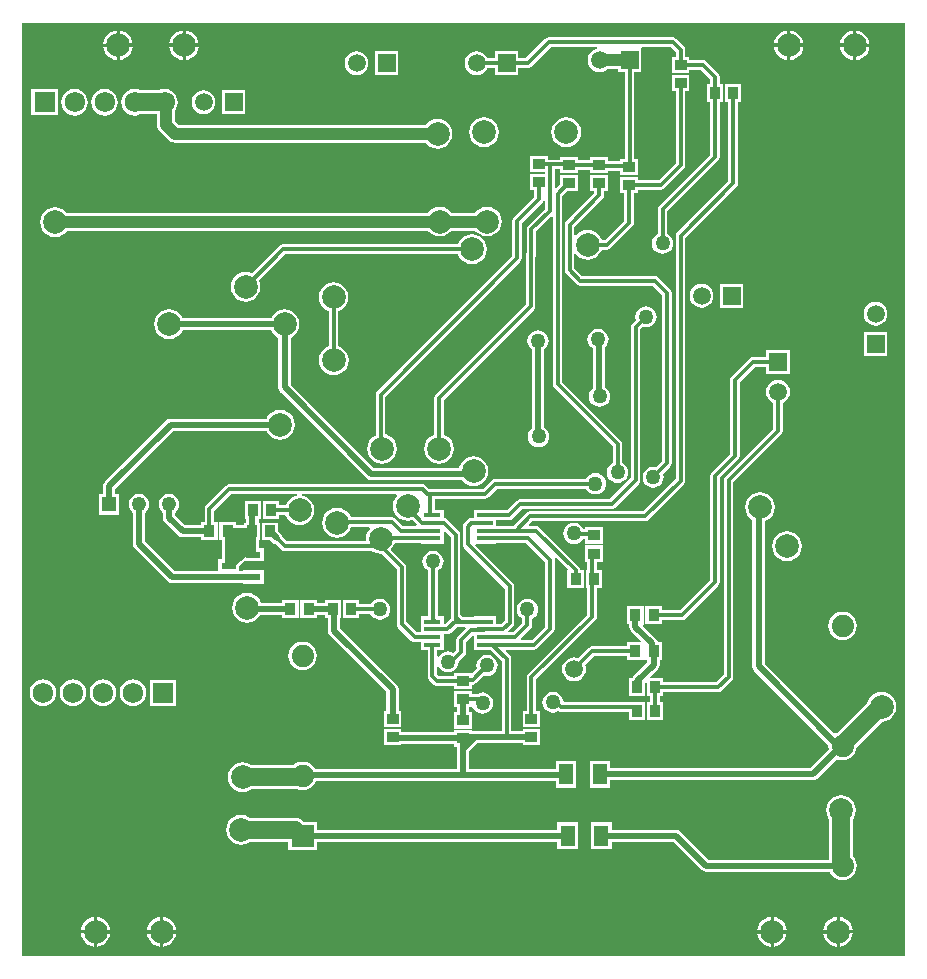
<source format=gbl>
G04*
G04 #@! TF.GenerationSoftware,Altium Limited,Altium Designer,19.0.10 (269)*
G04*
G04 Layer_Physical_Order=2*
G04 Layer_Color=16711680*
%FSLAX25Y25*%
%MOIN*%
G70*
G01*
G75*
%ADD27R,0.04764X0.06969*%
%ADD60C,0.05906*%
%ADD61C,0.02000*%
%ADD62C,0.01181*%
%ADD64C,0.03937*%
%ADD65C,0.07874*%
%ADD66C,0.06791*%
%ADD67R,0.06791X0.06791*%
%ADD68R,0.07406X0.07406*%
%ADD69C,0.07406*%
%ADD70R,0.05906X0.05906*%
%ADD71C,0.05906*%
%ADD72R,0.05906X0.05906*%
%ADD73C,0.04913*%
%ADD74R,0.04913X0.04913*%
%ADD75C,0.05000*%
%ADD76R,0.03858X0.03386*%
%ADD77R,0.03386X0.03858*%
%ADD78R,0.04921X0.02362*%
%ADD79R,0.05400X0.01800*%
G36*
X295971Y1529D02*
X1529D01*
Y312471D01*
X295971D01*
Y1529D01*
D02*
G37*
%LPC*%
G36*
X257575Y309914D02*
Y305500D01*
X261989D01*
X261885Y306289D01*
X261387Y307490D01*
X260596Y308521D01*
X259565Y309313D01*
X258364Y309810D01*
X257575Y309914D01*
D02*
G37*
G36*
X34000D02*
Y305500D01*
X38414D01*
X38310Y306289D01*
X37813Y307490D01*
X37021Y308521D01*
X35990Y309313D01*
X34789Y309810D01*
X34000Y309914D01*
D02*
G37*
G36*
X279575D02*
Y305500D01*
X283989D01*
X283885Y306289D01*
X283387Y307490D01*
X282596Y308521D01*
X281565Y309313D01*
X280364Y309810D01*
X279575Y309914D01*
D02*
G37*
G36*
X56000D02*
Y305500D01*
X60414D01*
X60310Y306289D01*
X59812Y307490D01*
X59021Y308521D01*
X57990Y309313D01*
X56789Y309810D01*
X56000Y309914D01*
D02*
G37*
G36*
X256575D02*
X255786Y309810D01*
X254585Y309313D01*
X253554Y308521D01*
X252762Y307490D01*
X252265Y306289D01*
X252161Y305500D01*
X256575D01*
Y309914D01*
D02*
G37*
G36*
X33000D02*
X32211Y309810D01*
X31010Y309313D01*
X29979Y308521D01*
X29188Y307490D01*
X28690Y306289D01*
X28586Y305500D01*
X33000D01*
Y309914D01*
D02*
G37*
G36*
X278575D02*
X277786Y309810D01*
X276585Y309313D01*
X275554Y308521D01*
X274762Y307490D01*
X274265Y306289D01*
X274161Y305500D01*
X278575D01*
Y309914D01*
D02*
G37*
G36*
X55000D02*
X54211Y309810D01*
X53010Y309313D01*
X51979Y308521D01*
X51187Y307490D01*
X50690Y306289D01*
X50586Y305500D01*
X55000D01*
Y309914D01*
D02*
G37*
G36*
X283989Y304500D02*
X279575D01*
Y300086D01*
X280364Y300190D01*
X281565Y300688D01*
X282596Y301479D01*
X283387Y302510D01*
X283885Y303711D01*
X283989Y304500D01*
D02*
G37*
G36*
X261989D02*
X257575D01*
Y300086D01*
X258364Y300190D01*
X259565Y300688D01*
X260596Y301479D01*
X261387Y302510D01*
X261885Y303711D01*
X261989Y304500D01*
D02*
G37*
G36*
X60414D02*
X56000D01*
Y300086D01*
X56789Y300190D01*
X57990Y300688D01*
X59021Y301479D01*
X59812Y302510D01*
X60310Y303711D01*
X60414Y304500D01*
D02*
G37*
G36*
X38414D02*
X34000D01*
Y300086D01*
X34789Y300190D01*
X35990Y300688D01*
X37021Y301479D01*
X37813Y302510D01*
X38310Y303711D01*
X38414Y304500D01*
D02*
G37*
G36*
X278575D02*
X274161D01*
X274265Y303711D01*
X274762Y302510D01*
X275554Y301479D01*
X276585Y300688D01*
X277786Y300190D01*
X278575Y300086D01*
Y304500D01*
D02*
G37*
G36*
X256575D02*
X252161D01*
X252265Y303711D01*
X252762Y302510D01*
X253554Y301479D01*
X254585Y300688D01*
X255786Y300190D01*
X256575Y300086D01*
Y304500D01*
D02*
G37*
G36*
X55000D02*
X50586D01*
X50690Y303711D01*
X51187Y302510D01*
X51979Y301479D01*
X53010Y300688D01*
X54211Y300190D01*
X55000Y300086D01*
Y304500D01*
D02*
G37*
G36*
X33000D02*
X28586D01*
X28690Y303711D01*
X29188Y302510D01*
X29979Y301479D01*
X31010Y300688D01*
X32211Y300190D01*
X33000Y300086D01*
Y304500D01*
D02*
G37*
G36*
X126953Y302921D02*
X119047D01*
Y295015D01*
X126953D01*
Y302921D01*
D02*
G37*
G36*
X113000Y302955D02*
X111968Y302819D01*
X111007Y302421D01*
X110181Y301787D01*
X109547Y300961D01*
X109149Y300000D01*
X109013Y298968D01*
X109149Y297936D01*
X109547Y296975D01*
X110181Y296149D01*
X111007Y295515D01*
X111968Y295117D01*
X113000Y294981D01*
X114032Y295117D01*
X114993Y295515D01*
X115819Y296149D01*
X116453Y296975D01*
X116851Y297936D01*
X116987Y298968D01*
X116851Y300000D01*
X116453Y300961D01*
X115819Y301787D01*
X114993Y302421D01*
X114032Y302819D01*
X113000Y302955D01*
D02*
G37*
G36*
X49000Y290434D02*
X47853Y290283D01*
X47139Y289987D01*
X40861D01*
X40148Y290283D01*
X39000Y290434D01*
X37852Y290283D01*
X36783Y289840D01*
X35865Y289135D01*
X35160Y288217D01*
X34718Y287147D01*
X34566Y286000D01*
X34718Y284853D01*
X35160Y283783D01*
X35865Y282865D01*
X36783Y282160D01*
X37852Y281717D01*
X39000Y281566D01*
X40148Y281717D01*
X40861Y282013D01*
X46552D01*
Y278454D01*
X46654Y277679D01*
X46953Y276957D01*
X47429Y276337D01*
X50383Y273383D01*
X51003Y272907D01*
X51725Y272608D01*
X52500Y272506D01*
X136074D01*
X136479Y271979D01*
X137510Y271187D01*
X138711Y270690D01*
X140000Y270520D01*
X141289Y270690D01*
X142490Y271187D01*
X143521Y271979D01*
X144313Y273010D01*
X144810Y274211D01*
X144980Y275500D01*
X144810Y276789D01*
X144313Y277990D01*
X143521Y279021D01*
X142490Y279813D01*
X141289Y280310D01*
X140000Y280480D01*
X138711Y280310D01*
X137510Y279813D01*
X136479Y279021D01*
X136074Y278494D01*
X53740D01*
X52540Y279694D01*
Y283393D01*
X52840Y283783D01*
X53282Y284853D01*
X53434Y286000D01*
X53282Y287147D01*
X52840Y288217D01*
X52135Y289135D01*
X51217Y289840D01*
X50147Y290283D01*
X49000Y290434D01*
D02*
G37*
G36*
X75953Y289953D02*
X68047D01*
Y282047D01*
X75953D01*
Y289953D01*
D02*
G37*
G36*
X62000Y289987D02*
X60968Y289851D01*
X60007Y289453D01*
X59181Y288819D01*
X58547Y287993D01*
X58149Y287032D01*
X58013Y286000D01*
X58149Y284968D01*
X58547Y284007D01*
X59181Y283181D01*
X60007Y282547D01*
X60968Y282149D01*
X62000Y282013D01*
X63032Y282149D01*
X63993Y282547D01*
X64819Y283181D01*
X65453Y284007D01*
X65851Y284968D01*
X65987Y286000D01*
X65851Y287032D01*
X65453Y287993D01*
X64819Y288819D01*
X63993Y289453D01*
X63032Y289851D01*
X62000Y289987D01*
D02*
G37*
G36*
X13396Y290396D02*
X4604D01*
Y281604D01*
X13396D01*
Y290396D01*
D02*
G37*
G36*
X29000Y290434D02*
X27852Y290283D01*
X26783Y289840D01*
X25865Y289135D01*
X25160Y288217D01*
X24717Y287147D01*
X24566Y286000D01*
X24717Y284853D01*
X25160Y283783D01*
X25865Y282865D01*
X26783Y282160D01*
X27852Y281717D01*
X29000Y281566D01*
X30147Y281717D01*
X31217Y282160D01*
X32135Y282865D01*
X32840Y283783D01*
X33283Y284853D01*
X33434Y286000D01*
X33283Y287147D01*
X32840Y288217D01*
X32135Y289135D01*
X31217Y289840D01*
X30147Y290283D01*
X29000Y290434D01*
D02*
G37*
G36*
X19000D02*
X17853Y290283D01*
X16783Y289840D01*
X15865Y289135D01*
X15160Y288217D01*
X14717Y287147D01*
X14566Y286000D01*
X14717Y284853D01*
X15160Y283783D01*
X15865Y282865D01*
X16783Y282160D01*
X17853Y281717D01*
X19000Y281566D01*
X20147Y281717D01*
X21217Y282160D01*
X22135Y282865D01*
X22840Y283783D01*
X23282Y284853D01*
X23434Y286000D01*
X23282Y287147D01*
X22840Y288217D01*
X22135Y289135D01*
X21217Y289840D01*
X20147Y290283D01*
X19000Y290434D01*
D02*
G37*
G36*
X182878Y280980D02*
X181589Y280810D01*
X180388Y280312D01*
X179357Y279521D01*
X178566Y278490D01*
X178068Y277289D01*
X177898Y276000D01*
X178068Y274711D01*
X178566Y273510D01*
X179357Y272479D01*
X180388Y271688D01*
X181589Y271190D01*
X182878Y271020D01*
X184167Y271190D01*
X185368Y271688D01*
X186399Y272479D01*
X187190Y273510D01*
X187688Y274711D01*
X187858Y276000D01*
X187688Y277289D01*
X187190Y278490D01*
X186399Y279521D01*
X185368Y280312D01*
X184167Y280810D01*
X182878Y280980D01*
D02*
G37*
G36*
X155500D02*
X154211Y280810D01*
X153010Y280312D01*
X151979Y279521D01*
X151188Y278490D01*
X150690Y277289D01*
X150520Y276000D01*
X150690Y274711D01*
X151188Y273510D01*
X151979Y272479D01*
X153010Y271688D01*
X154211Y271190D01*
X155500Y271020D01*
X156789Y271190D01*
X157990Y271688D01*
X159021Y272479D01*
X159812Y273510D01*
X160310Y274711D01*
X160480Y276000D01*
X160310Y277289D01*
X159812Y278490D01*
X159021Y279521D01*
X157990Y280312D01*
X156789Y280810D01*
X155500Y280980D01*
D02*
G37*
G36*
X223929Y295181D02*
X218071D01*
Y289795D01*
X219378D01*
Y265672D01*
X213816Y260110D01*
X206807D01*
Y261181D01*
X200949D01*
Y255795D01*
X202256D01*
Y246550D01*
X195828Y240122D01*
X194672D01*
X194313Y240990D01*
X193521Y242021D01*
X192490Y242812D01*
X191289Y243310D01*
X190000Y243480D01*
X188711Y243310D01*
X187510Y242812D01*
X186479Y242021D01*
X186122Y241556D01*
X185622Y241725D01*
Y244450D01*
X195025Y253853D01*
X195376Y254379D01*
X195500Y255000D01*
Y256295D01*
X196807D01*
Y261681D01*
X190949D01*
Y256295D01*
X192256D01*
Y255672D01*
X182853Y246269D01*
X182502Y245743D01*
X182378Y245122D01*
Y229988D01*
X182502Y229368D01*
X182853Y228841D01*
X186342Y225353D01*
X186868Y225002D01*
X187488Y224878D01*
X211828D01*
X214878Y221828D01*
Y166290D01*
X212939Y164350D01*
X212795Y164410D01*
X211882Y164530D01*
X210968Y164410D01*
X210117Y164057D01*
X209385Y163496D01*
X208824Y162765D01*
X208472Y161914D01*
X208351Y161000D01*
X208472Y160086D01*
X208824Y159235D01*
X209385Y158504D01*
X210117Y157943D01*
X210968Y157590D01*
X211882Y157470D01*
X212795Y157590D01*
X213647Y157943D01*
X214378Y158504D01*
X214939Y159235D01*
X215292Y160086D01*
X215412Y161000D01*
X215292Y161914D01*
X215232Y162057D01*
X217647Y164472D01*
X217998Y164998D01*
X218122Y165618D01*
Y222500D01*
X217998Y223121D01*
X217647Y223647D01*
X213647Y227647D01*
X213121Y227998D01*
X212500Y228122D01*
X188160D01*
X185622Y230660D01*
Y235275D01*
X186122Y235444D01*
X186479Y234979D01*
X187510Y234188D01*
X188711Y233690D01*
X190000Y233520D01*
X191289Y233690D01*
X192490Y234188D01*
X193521Y234979D01*
X194313Y236010D01*
X194672Y236878D01*
X196500D01*
X197121Y237002D01*
X197647Y237353D01*
X205025Y244731D01*
X205376Y245257D01*
X205500Y245878D01*
Y255795D01*
X206807D01*
Y256867D01*
X214488D01*
X215109Y256990D01*
X215635Y257342D01*
X222147Y263853D01*
X222498Y264379D01*
X222622Y265000D01*
Y289795D01*
X223929D01*
Y295181D01*
D02*
G37*
G36*
X156500Y251220D02*
X155211Y251050D01*
X154010Y250553D01*
X152979Y249761D01*
X152575Y249234D01*
X144676D01*
X144271Y249761D01*
X143240Y250553D01*
X142039Y251050D01*
X140750Y251220D01*
X139461Y251050D01*
X138260Y250553D01*
X137229Y249761D01*
X136732Y249114D01*
X16333D01*
X16021Y249521D01*
X14990Y250312D01*
X13789Y250810D01*
X12500Y250980D01*
X11211Y250810D01*
X10010Y250312D01*
X8979Y249521D01*
X8187Y248490D01*
X7690Y247289D01*
X7520Y246000D01*
X7690Y244711D01*
X8187Y243510D01*
X8979Y242479D01*
X10010Y241687D01*
X11211Y241190D01*
X12500Y241020D01*
X13789Y241190D01*
X14990Y241687D01*
X16021Y242479D01*
X16518Y243126D01*
X136917D01*
X137229Y242719D01*
X138260Y241928D01*
X139461Y241430D01*
X140750Y241261D01*
X142039Y241430D01*
X143240Y241928D01*
X144271Y242719D01*
X144676Y243246D01*
X152575D01*
X152979Y242719D01*
X154010Y241928D01*
X155211Y241430D01*
X156500Y241261D01*
X157789Y241430D01*
X158990Y241928D01*
X160021Y242719D01*
X160812Y243750D01*
X161310Y244951D01*
X161480Y246240D01*
X161310Y247529D01*
X160812Y248730D01*
X160021Y249761D01*
X158990Y250553D01*
X157789Y251050D01*
X156500Y251220D01*
D02*
G37*
G36*
X218500Y307622D02*
X177000D01*
X176379Y307498D01*
X175853Y307147D01*
X169328Y300622D01*
X166953D01*
Y302953D01*
X159047D01*
Y300622D01*
X156607D01*
X156453Y300993D01*
X155819Y301819D01*
X154993Y302453D01*
X154032Y302851D01*
X153000Y302987D01*
X151968Y302851D01*
X151007Y302453D01*
X150181Y301819D01*
X149547Y300993D01*
X149149Y300032D01*
X149013Y299000D01*
X149149Y297968D01*
X149547Y297007D01*
X150181Y296181D01*
X151007Y295547D01*
X151968Y295149D01*
X153000Y295013D01*
X154032Y295149D01*
X154993Y295547D01*
X155819Y296181D01*
X156453Y297007D01*
X156607Y297378D01*
X159047D01*
Y295047D01*
X166953D01*
Y297378D01*
X170000D01*
X170621Y297502D01*
X171147Y297853D01*
X177672Y304378D01*
X193143D01*
X193175Y303878D01*
X192968Y303851D01*
X192007Y303453D01*
X191181Y302819D01*
X190547Y301993D01*
X190149Y301032D01*
X190013Y300000D01*
X190149Y298968D01*
X190547Y298007D01*
X191181Y297181D01*
X192007Y296547D01*
X192968Y296149D01*
X194000Y296013D01*
X195032Y296149D01*
X195993Y296547D01*
X196591Y297006D01*
X200047D01*
Y296047D01*
X202378D01*
Y267205D01*
X200949D01*
Y266384D01*
X196807D01*
Y267705D01*
X190949D01*
Y266634D01*
X186807D01*
Y267705D01*
X180949D01*
Y266883D01*
X176807D01*
Y268205D01*
X170949D01*
Y262819D01*
X175878D01*
Y262181D01*
X170949D01*
Y256795D01*
X172256D01*
Y254550D01*
X165353Y247647D01*
X165002Y247121D01*
X164878Y246500D01*
Y234672D01*
X119853Y189647D01*
X119502Y189121D01*
X119378Y188500D01*
Y174965D01*
X119010Y174812D01*
X117979Y174021D01*
X117188Y172990D01*
X116690Y171789D01*
X116520Y170500D01*
X116690Y169211D01*
X117188Y168010D01*
X117979Y166979D01*
X119010Y166188D01*
X120211Y165690D01*
X121500Y165520D01*
X122789Y165690D01*
X123990Y166188D01*
X125021Y166979D01*
X125812Y168010D01*
X126310Y169211D01*
X126480Y170500D01*
X126310Y171789D01*
X125812Y172990D01*
X125021Y174021D01*
X123990Y174812D01*
X122789Y175310D01*
X122622Y175332D01*
Y187828D01*
X167647Y232853D01*
X167998Y233379D01*
X168122Y234000D01*
Y245828D01*
X175025Y252731D01*
X175376Y253257D01*
X175378Y253268D01*
X175878Y253218D01*
Y250550D01*
X170153Y244825D01*
X169802Y244299D01*
X169678Y243678D01*
Y235885D01*
X169502Y235621D01*
X169378Y235000D01*
Y218672D01*
X139353Y188647D01*
X139002Y188121D01*
X138878Y187500D01*
Y175172D01*
X138010Y174812D01*
X136979Y174021D01*
X136188Y172990D01*
X135690Y171789D01*
X135520Y170500D01*
X135690Y169211D01*
X136188Y168010D01*
X136979Y166979D01*
X138010Y166188D01*
X139211Y165690D01*
X140500Y165520D01*
X141789Y165690D01*
X142990Y166188D01*
X144021Y166979D01*
X144813Y168010D01*
X145310Y169211D01*
X145480Y170500D01*
X145310Y171789D01*
X144813Y172990D01*
X144021Y174021D01*
X142990Y174812D01*
X142122Y175172D01*
Y186828D01*
X172147Y216853D01*
X172498Y217379D01*
X172622Y218000D01*
Y234415D01*
X172798Y234679D01*
X172922Y235300D01*
Y243006D01*
X177916Y248001D01*
X178378Y247810D01*
Y192000D01*
X178502Y191379D01*
X178853Y190853D01*
X198378Y171328D01*
Y165763D01*
X198235Y165704D01*
X197504Y165143D01*
X196943Y164412D01*
X196590Y163560D01*
X196470Y162647D01*
X196590Y161733D01*
X196943Y160882D01*
X197504Y160151D01*
X198235Y159590D01*
X199086Y159237D01*
X200000Y159116D01*
X200914Y159237D01*
X201765Y159590D01*
X202496Y160151D01*
X203057Y160882D01*
X203410Y161733D01*
X203530Y162647D01*
X203410Y163560D01*
X203057Y164412D01*
X202496Y165143D01*
X201765Y165704D01*
X201622Y165763D01*
Y172000D01*
X201498Y172621D01*
X201147Y173147D01*
X181622Y192672D01*
Y254675D01*
X183242Y256295D01*
X186807D01*
Y261681D01*
X180949D01*
Y258589D01*
X179584Y257224D01*
X179122Y257415D01*
Y263640D01*
X180949D01*
Y262319D01*
X186807D01*
Y263390D01*
X190949D01*
Y262319D01*
X196807D01*
Y263140D01*
X200949D01*
Y261819D01*
X206807D01*
Y267205D01*
X205622D01*
Y296047D01*
X207953D01*
Y303878D01*
X207953Y303953D01*
X208133Y304378D01*
X217828D01*
X219378Y302828D01*
Y301205D01*
X218071D01*
Y295819D01*
X223929D01*
Y296890D01*
X227817D01*
X230867Y293840D01*
Y291929D01*
X229795D01*
Y286071D01*
X230867D01*
Y268506D01*
X213853Y251493D01*
X213502Y250967D01*
X213378Y250346D01*
Y242117D01*
X213235Y242057D01*
X212504Y241496D01*
X211943Y240765D01*
X211590Y239914D01*
X211470Y239000D01*
X211590Y238086D01*
X211943Y237235D01*
X212504Y236504D01*
X213235Y235943D01*
X214086Y235590D01*
X215000Y235470D01*
X215914Y235590D01*
X216765Y235943D01*
X217496Y236504D01*
X218057Y237235D01*
X218410Y238086D01*
X218530Y239000D01*
X218410Y239914D01*
X218057Y240765D01*
X217496Y241496D01*
X216765Y242057D01*
X216622Y242117D01*
Y249675D01*
X233635Y266688D01*
X233986Y267214D01*
X234110Y267835D01*
Y286071D01*
X235181D01*
Y291929D01*
X234110D01*
Y294512D01*
X233986Y295132D01*
X233635Y295658D01*
X229635Y299658D01*
X229109Y300010D01*
X228488Y300133D01*
X223929D01*
Y301205D01*
X222622D01*
Y303500D01*
X222498Y304121D01*
X222147Y304647D01*
X219647Y307147D01*
X219121Y307498D01*
X218500Y307622D01*
D02*
G37*
G36*
X151500Y241980D02*
X150211Y241810D01*
X149010Y241313D01*
X147979Y240521D01*
X147187Y239490D01*
X146828Y238622D01*
X88479D01*
X87858Y238498D01*
X87332Y238147D01*
X78157Y228972D01*
X77289Y229331D01*
X76000Y229501D01*
X74711Y229331D01*
X73510Y228834D01*
X72479Y228042D01*
X71688Y227011D01*
X71190Y225810D01*
X71020Y224521D01*
X71190Y223232D01*
X71688Y222031D01*
X72479Y221000D01*
X73510Y220209D01*
X74711Y219711D01*
X76000Y219542D01*
X77289Y219711D01*
X78490Y220209D01*
X79521Y221000D01*
X80313Y222031D01*
X80810Y223232D01*
X80980Y224521D01*
X80810Y225810D01*
X80450Y226678D01*
X89151Y235378D01*
X146828D01*
X147187Y234510D01*
X147979Y233479D01*
X149010Y232687D01*
X150211Y232190D01*
X151500Y232020D01*
X152789Y232190D01*
X153990Y232687D01*
X155021Y233479D01*
X155813Y234510D01*
X156310Y235711D01*
X156480Y237000D01*
X156310Y238289D01*
X155813Y239490D01*
X155021Y240521D01*
X153990Y241313D01*
X152789Y241810D01*
X151500Y241980D01*
D02*
G37*
G36*
X241953Y225453D02*
X234047D01*
Y217547D01*
X241953D01*
Y225453D01*
D02*
G37*
G36*
X228000Y225487D02*
X226968Y225351D01*
X226007Y224953D01*
X225181Y224319D01*
X224547Y223493D01*
X224149Y222532D01*
X224013Y221500D01*
X224149Y220468D01*
X224547Y219507D01*
X225181Y218681D01*
X226007Y218047D01*
X226968Y217649D01*
X228000Y217513D01*
X229032Y217649D01*
X229993Y218047D01*
X230819Y218681D01*
X231453Y219507D01*
X231851Y220468D01*
X231987Y221500D01*
X231851Y222532D01*
X231453Y223493D01*
X230819Y224319D01*
X229993Y224953D01*
X229032Y225351D01*
X228000Y225487D01*
D02*
G37*
G36*
X89000Y216980D02*
X87711Y216810D01*
X86510Y216313D01*
X85479Y215521D01*
X84688Y214490D01*
X84501Y214039D01*
X54999D01*
X54813Y214490D01*
X54021Y215521D01*
X52990Y216313D01*
X51789Y216810D01*
X50500Y216980D01*
X49211Y216810D01*
X48010Y216313D01*
X46979Y215521D01*
X46187Y214490D01*
X45690Y213289D01*
X45520Y212000D01*
X45690Y210711D01*
X46187Y209510D01*
X46979Y208479D01*
X48010Y207687D01*
X49211Y207190D01*
X50500Y207020D01*
X51789Y207190D01*
X52990Y207687D01*
X54021Y208479D01*
X54813Y209510D01*
X54999Y209961D01*
X84501D01*
X84688Y209510D01*
X85479Y208479D01*
X86510Y207687D01*
X86961Y207501D01*
Y191020D01*
X87116Y190240D01*
X87558Y189578D01*
X116520Y160616D01*
X117182Y160174D01*
X117962Y160019D01*
X148064D01*
X148479Y159479D01*
X149510Y158687D01*
X150711Y158190D01*
X152000Y158020D01*
X153289Y158190D01*
X154490Y158687D01*
X155521Y159479D01*
X156313Y160510D01*
X156810Y161711D01*
X156980Y163000D01*
X156810Y164289D01*
X156313Y165490D01*
X155521Y166521D01*
X154490Y167313D01*
X153289Y167810D01*
X152000Y167980D01*
X150711Y167810D01*
X149510Y167313D01*
X148479Y166521D01*
X147687Y165490D01*
X147190Y164289D01*
X147165Y164097D01*
X118807D01*
X91039Y191865D01*
Y207501D01*
X91490Y207687D01*
X92521Y208479D01*
X93313Y209510D01*
X93810Y210711D01*
X93980Y212000D01*
X93810Y213289D01*
X93313Y214490D01*
X92521Y215521D01*
X91490Y216313D01*
X90289Y216810D01*
X89000Y216980D01*
D02*
G37*
G36*
X286000Y219487D02*
X284968Y219351D01*
X284007Y218953D01*
X283181Y218319D01*
X282547Y217493D01*
X282149Y216532D01*
X282013Y215500D01*
X282149Y214468D01*
X282547Y213507D01*
X283181Y212681D01*
X284007Y212047D01*
X284968Y211649D01*
X286000Y211513D01*
X287032Y211649D01*
X287993Y212047D01*
X288819Y212681D01*
X289453Y213507D01*
X289851Y214468D01*
X289987Y215500D01*
X289851Y216532D01*
X289453Y217493D01*
X288819Y218319D01*
X287993Y218953D01*
X287032Y219351D01*
X286000Y219487D01*
D02*
G37*
G36*
X241205Y291929D02*
X235819D01*
Y286071D01*
X236890D01*
Y259684D01*
X219853Y242647D01*
X219502Y242121D01*
X219378Y241500D01*
Y160572D01*
X208428Y149622D01*
X170800D01*
X170179Y149498D01*
X169653Y149147D01*
X165328Y144822D01*
X159400D01*
Y146678D01*
X163915D01*
X164535Y146802D01*
X165062Y147153D01*
X168287Y150378D01*
X198000D01*
X198621Y150502D01*
X199147Y150853D01*
X207147Y158853D01*
X207498Y159379D01*
X207622Y160000D01*
Y210328D01*
X208443Y211150D01*
X208586Y211090D01*
X209500Y210970D01*
X210414Y211090D01*
X211265Y211443D01*
X211996Y212004D01*
X212557Y212735D01*
X212910Y213586D01*
X213030Y214500D01*
X212910Y215414D01*
X212557Y216265D01*
X211996Y216996D01*
X211265Y217557D01*
X210414Y217910D01*
X209500Y218030D01*
X208586Y217910D01*
X207735Y217557D01*
X207004Y216996D01*
X206443Y216265D01*
X206090Y215414D01*
X205970Y214500D01*
X206090Y213586D01*
X206150Y213443D01*
X204853Y212147D01*
X204502Y211621D01*
X204378Y211000D01*
Y160672D01*
X197328Y153622D01*
X167615D01*
X166994Y153498D01*
X166468Y153147D01*
X163243Y149922D01*
X159400D01*
Y150200D01*
X152000D01*
Y147422D01*
X151228D01*
X150608Y147298D01*
X150082Y146947D01*
X148853Y145718D01*
X148502Y145192D01*
X148378Y144572D01*
Y138589D01*
X148502Y137968D01*
X148853Y137442D01*
X162378Y123917D01*
Y113172D01*
X161128Y111922D01*
X159400D01*
Y114700D01*
X152000D01*
Y114422D01*
X148520D01*
X147622Y115320D01*
Y141800D01*
X147498Y142421D01*
X147147Y142947D01*
X143147Y146947D01*
X142621Y147298D01*
X142000Y147422D01*
Y150200D01*
X139208D01*
Y153878D01*
X155914D01*
X156534Y154002D01*
X157060Y154353D01*
X159939Y157232D01*
X189542D01*
X189601Y157088D01*
X190162Y156357D01*
X190893Y155796D01*
X191745Y155443D01*
X192658Y155323D01*
X193572Y155443D01*
X194424Y155796D01*
X195155Y156357D01*
X195716Y157088D01*
X196068Y157940D01*
X196189Y158853D01*
X196068Y159767D01*
X195716Y160618D01*
X195155Y161349D01*
X194424Y161910D01*
X193572Y162263D01*
X192658Y162383D01*
X191745Y162263D01*
X190893Y161910D01*
X190162Y161349D01*
X189601Y160618D01*
X189542Y160475D01*
X159267D01*
X158646Y160352D01*
X158120Y160000D01*
X155242Y157122D01*
X137319D01*
X136293Y158147D01*
X135767Y158498D01*
X135147Y158622D01*
X70500D01*
X69879Y158498D01*
X69353Y158147D01*
X62841Y151635D01*
X62490Y151109D01*
X62366Y150488D01*
Y145929D01*
X61295D01*
Y145039D01*
X55845D01*
X52539Y148345D01*
Y149208D01*
X52965Y149535D01*
X53519Y150257D01*
X53868Y151098D01*
X53987Y152000D01*
X53868Y152902D01*
X53519Y153743D01*
X52965Y154465D01*
X52243Y155019D01*
X51402Y155368D01*
X50500Y155487D01*
X49598Y155368D01*
X48757Y155019D01*
X48035Y154465D01*
X47481Y153743D01*
X47132Y152902D01*
X47014Y152000D01*
X47132Y151098D01*
X47481Y150257D01*
X48035Y149535D01*
X48461Y149208D01*
Y147500D01*
X48616Y146720D01*
X49058Y146058D01*
X53558Y141558D01*
X54220Y141116D01*
X55000Y140961D01*
X61295D01*
Y140071D01*
X66681D01*
Y145929D01*
X65610D01*
Y149816D01*
X71172Y155378D01*
X93198D01*
X93230Y154878D01*
X92711Y154810D01*
X91510Y154313D01*
X90479Y153521D01*
X89688Y152490D01*
X89328Y151622D01*
X87237D01*
Y152929D01*
X81852D01*
Y147071D01*
X87237D01*
Y148378D01*
X89328D01*
X89688Y147510D01*
X90479Y146479D01*
X91510Y145687D01*
X92711Y145190D01*
X94000Y145020D01*
X95289Y145190D01*
X96490Y145687D01*
X97521Y146479D01*
X98312Y147510D01*
X98810Y148711D01*
X98980Y150000D01*
X98810Y151289D01*
X98312Y152490D01*
X97521Y153521D01*
X96490Y154313D01*
X95289Y154810D01*
X94770Y154878D01*
X94802Y155378D01*
X126323D01*
X126387Y155190D01*
X126448Y154878D01*
X125688Y153888D01*
X125190Y152687D01*
X125020Y151398D01*
X125190Y150109D01*
X125688Y148908D01*
X126479Y147877D01*
X127510Y147085D01*
X128711Y146588D01*
X130000Y146418D01*
X131289Y146588D01*
X131699Y146758D01*
X133174Y145284D01*
X132982Y144822D01*
X128472D01*
X126119Y147174D01*
X125593Y147526D01*
X124972Y147649D01*
X111078D01*
X110812Y148290D01*
X110021Y149321D01*
X108990Y150112D01*
X107789Y150610D01*
X106500Y150780D01*
X105211Y150610D01*
X104010Y150112D01*
X102979Y149321D01*
X102188Y148290D01*
X101690Y147089D01*
X101520Y145800D01*
X101690Y144511D01*
X102188Y143310D01*
X102979Y142279D01*
X104010Y141488D01*
X105211Y140990D01*
X106500Y140820D01*
X107789Y140990D01*
X108990Y141488D01*
X110021Y142279D01*
X110812Y143310D01*
X111266Y144406D01*
X117221D01*
X117390Y143906D01*
X116688Y142990D01*
X116190Y141789D01*
X116020Y140500D01*
X116091Y139966D01*
X115761Y139590D01*
X89824D01*
X88388Y141027D01*
X88296Y141490D01*
X87853Y142151D01*
X86839Y143166D01*
Y145905D01*
X81453D01*
Y140046D01*
X84191D01*
X84970Y139268D01*
X85631Y138826D01*
X86094Y138733D01*
X88006Y136822D01*
X88532Y136470D01*
X89153Y136347D01*
X118303D01*
X118510Y136188D01*
X119711Y135690D01*
X121000Y135520D01*
X121137Y135538D01*
X126378Y130297D01*
Y112039D01*
X126502Y111419D01*
X126853Y110892D01*
X131193Y106553D01*
X131719Y106202D01*
X132339Y106078D01*
X134600D01*
Y103300D01*
X136678D01*
Y94700D01*
X136802Y94079D01*
X137153Y93553D01*
X138841Y91865D01*
X139368Y91514D01*
X139988Y91390D01*
X145571D01*
Y90319D01*
X151429D01*
Y91852D01*
X151668D01*
X152289Y91976D01*
X152815Y92327D01*
X155443Y94955D01*
X155586Y94896D01*
X156500Y94776D01*
X157414Y94896D01*
X158265Y95249D01*
X158996Y95810D01*
X159557Y96541D01*
X159910Y97392D01*
X160030Y98306D01*
X159910Y99220D01*
X159557Y100071D01*
X158996Y100802D01*
X158265Y101363D01*
X157414Y101716D01*
X156500Y101836D01*
X155586Y101716D01*
X154735Y101363D01*
X154004Y100802D01*
X153443Y100071D01*
X153090Y99220D01*
X152970Y98306D01*
X153090Y97392D01*
X153149Y97249D01*
X151833Y95932D01*
X151429Y95705D01*
Y95705D01*
X151429Y95705D01*
X145571D01*
Y94634D01*
X140660D01*
X139922Y95372D01*
Y97686D01*
X140422Y97786D01*
X140443Y97735D01*
X141004Y97004D01*
X141735Y96443D01*
X142586Y96090D01*
X143500Y95970D01*
X144414Y96090D01*
X145265Y96443D01*
X145996Y97004D01*
X146557Y97735D01*
X146910Y98586D01*
X147030Y99500D01*
X147006Y99680D01*
X149047Y101720D01*
X149398Y102246D01*
X149522Y102867D01*
Y106228D01*
X151500Y108207D01*
X152000Y108000D01*
Y103300D01*
X157907D01*
X161378Y99828D01*
Y76527D01*
X151429D01*
Y76613D01*
X145571D01*
Y76244D01*
X127929D01*
Y77181D01*
X122071D01*
Y71795D01*
X127929D01*
Y72165D01*
X145571D01*
Y71227D01*
X146461D01*
Y63789D01*
X99142D01*
X99108Y63872D01*
X98354Y64854D01*
X97372Y65608D01*
X96228Y66082D01*
X95000Y66243D01*
X93772Y66082D01*
X92628Y65608D01*
X91819Y64987D01*
X77914D01*
X77490Y65312D01*
X76289Y65810D01*
X75000Y65980D01*
X73711Y65810D01*
X72510Y65312D01*
X71479Y64521D01*
X70688Y63490D01*
X70190Y62289D01*
X70020Y61000D01*
X70190Y59711D01*
X70688Y58510D01*
X71479Y57479D01*
X72510Y56687D01*
X73711Y56190D01*
X75000Y56020D01*
X76289Y56190D01*
X77490Y56687D01*
X77914Y57013D01*
X93543D01*
X93772Y56918D01*
X95000Y56757D01*
X96228Y56918D01*
X97372Y57392D01*
X98354Y58146D01*
X99108Y59128D01*
X99349Y59711D01*
X179496D01*
Y57516D01*
X186260D01*
Y66484D01*
X179496D01*
Y63789D01*
X150539D01*
Y69597D01*
X153391Y72449D01*
X168371D01*
Y71795D01*
X174229D01*
Y77181D01*
X168371D01*
Y76527D01*
X164622D01*
Y100500D01*
X164498Y101121D01*
X164147Y101647D01*
X162677Y103116D01*
X162868Y103578D01*
X172200D01*
X172821Y103702D01*
X173347Y104053D01*
X178647Y109353D01*
X178998Y109879D01*
X179122Y110500D01*
Y133500D01*
X179028Y133972D01*
X179489Y134218D01*
X183451Y130255D01*
X183316Y129929D01*
X183316D01*
Y124071D01*
X188702D01*
Y129929D01*
X187631D01*
Y129991D01*
X187508Y130611D01*
X187156Y131137D01*
X173947Y144347D01*
X173421Y144698D01*
X172800Y144822D01*
X170568D01*
X170377Y145284D01*
X171472Y146378D01*
X209100D01*
X209721Y146502D01*
X210247Y146853D01*
X222147Y158753D01*
X222498Y159279D01*
X222622Y159900D01*
Y240828D01*
X239658Y257865D01*
X240010Y258391D01*
X240134Y259012D01*
Y286071D01*
X241205D01*
Y291929D01*
D02*
G37*
G36*
X289953Y209453D02*
X282047D01*
Y201547D01*
X289953D01*
Y209453D01*
D02*
G37*
G36*
X257453Y203453D02*
X249547D01*
Y201122D01*
X245250D01*
X244629Y200998D01*
X244103Y200647D01*
X237978Y194522D01*
X237627Y193996D01*
X237503Y193375D01*
Y168797D01*
X231353Y162647D01*
X231002Y162121D01*
X230878Y161500D01*
Y126672D01*
X220828Y116622D01*
X214705D01*
Y117929D01*
X209319D01*
Y112071D01*
X214705D01*
Y113378D01*
X221500D01*
X222121Y113502D01*
X222647Y113853D01*
X233647Y124853D01*
X233998Y125379D01*
X234122Y126000D01*
Y160828D01*
X240272Y166978D01*
X240623Y167504D01*
X240747Y168125D01*
Y192703D01*
X245922Y197878D01*
X249547D01*
Y195547D01*
X257453D01*
Y203453D01*
D02*
G37*
G36*
X105333Y225980D02*
X104044Y225810D01*
X102843Y225312D01*
X101812Y224521D01*
X101021Y223490D01*
X100523Y222289D01*
X100354Y221000D01*
X100523Y219711D01*
X101021Y218510D01*
X101812Y217479D01*
X102843Y216687D01*
X103732Y216320D01*
Y204672D01*
X102864Y204312D01*
X101832Y203521D01*
X101041Y202490D01*
X100543Y201289D01*
X100374Y200000D01*
X100543Y198711D01*
X101041Y197510D01*
X101832Y196479D01*
X102864Y195687D01*
X104065Y195190D01*
X105353Y195020D01*
X106642Y195190D01*
X107843Y195687D01*
X108874Y196479D01*
X109666Y197510D01*
X110163Y198711D01*
X110333Y200000D01*
X110163Y201289D01*
X109666Y202490D01*
X108874Y203521D01*
X107843Y204312D01*
X106975Y204672D01*
Y216336D01*
X107823Y216687D01*
X108854Y217479D01*
X109646Y218510D01*
X110143Y219711D01*
X110313Y221000D01*
X110143Y222289D01*
X109646Y223490D01*
X108854Y224521D01*
X107823Y225312D01*
X106622Y225810D01*
X105333Y225980D01*
D02*
G37*
G36*
X193500Y210530D02*
X192586Y210410D01*
X191735Y210057D01*
X191004Y209496D01*
X190443Y208765D01*
X190090Y207914D01*
X189970Y207000D01*
X190090Y206086D01*
X190443Y205235D01*
X191004Y204504D01*
X191711Y203961D01*
Y190655D01*
X191504Y190496D01*
X190943Y189765D01*
X190590Y188914D01*
X190470Y188000D01*
X190590Y187086D01*
X190943Y186235D01*
X191504Y185504D01*
X192235Y184943D01*
X193086Y184590D01*
X194000Y184470D01*
X194914Y184590D01*
X195765Y184943D01*
X196496Y185504D01*
X197057Y186235D01*
X197410Y187086D01*
X197530Y188000D01*
X197410Y188914D01*
X197057Y189765D01*
X196496Y190496D01*
X195789Y191039D01*
Y204345D01*
X195996Y204504D01*
X196557Y205235D01*
X196910Y206086D01*
X197030Y207000D01*
X196910Y207914D01*
X196557Y208765D01*
X195996Y209496D01*
X195265Y210057D01*
X194414Y210410D01*
X193500Y210530D01*
D02*
G37*
G36*
X87500Y183480D02*
X86211Y183310D01*
X85010Y182812D01*
X83979Y182021D01*
X83188Y180990D01*
X83001Y180539D01*
X51000D01*
X50220Y180384D01*
X49558Y179942D01*
X29058Y159442D01*
X28616Y158780D01*
X28461Y158000D01*
Y155457D01*
X27043D01*
Y148543D01*
X33957D01*
Y155457D01*
X32539D01*
Y157155D01*
X51845Y176461D01*
X83001D01*
X83188Y176010D01*
X83979Y174979D01*
X85010Y174188D01*
X86211Y173690D01*
X87500Y173520D01*
X88789Y173690D01*
X89990Y174188D01*
X91021Y174979D01*
X91812Y176010D01*
X92310Y177211D01*
X92480Y178500D01*
X92310Y179789D01*
X91812Y180990D01*
X91021Y182021D01*
X89990Y182812D01*
X88789Y183310D01*
X87500Y183480D01*
D02*
G37*
G36*
X173500Y210030D02*
X172586Y209910D01*
X171735Y209557D01*
X171004Y208996D01*
X170443Y208265D01*
X170090Y207414D01*
X169970Y206500D01*
X170090Y205586D01*
X170443Y204735D01*
X171004Y204004D01*
X171561Y203576D01*
Y177388D01*
X171204Y177114D01*
X170643Y176383D01*
X170290Y175532D01*
X170170Y174618D01*
X170290Y173704D01*
X170643Y172853D01*
X171204Y172122D01*
X171935Y171561D01*
X172786Y171208D01*
X173700Y171088D01*
X174614Y171208D01*
X175465Y171561D01*
X176196Y172122D01*
X176757Y172853D01*
X177110Y173704D01*
X177230Y174618D01*
X177110Y175532D01*
X176757Y176383D01*
X176196Y177114D01*
X175639Y177542D01*
Y203730D01*
X175996Y204004D01*
X176557Y204735D01*
X176910Y205586D01*
X177030Y206500D01*
X176910Y207414D01*
X176557Y208265D01*
X175996Y208996D01*
X175265Y209557D01*
X174414Y209910D01*
X173500Y210030D01*
D02*
G37*
G36*
X185488Y145809D02*
X184574Y145689D01*
X183723Y145336D01*
X182992Y144775D01*
X182431Y144044D01*
X182078Y143193D01*
X181958Y142279D01*
X182078Y141365D01*
X182431Y140514D01*
X182992Y139783D01*
X183723Y139222D01*
X184574Y138869D01*
X185488Y138749D01*
X186402Y138869D01*
X187253Y139222D01*
X187984Y139783D01*
X188395Y140318D01*
X189243D01*
Y138908D01*
X195101D01*
Y144294D01*
X189243D01*
Y143562D01*
X188745D01*
X188545Y144044D01*
X187984Y144775D01*
X187253Y145336D01*
X186402Y145689D01*
X185488Y145809D01*
D02*
G37*
G36*
X256500Y142980D02*
X255211Y142810D01*
X254010Y142313D01*
X252979Y141521D01*
X252187Y140490D01*
X251690Y139289D01*
X251520Y138000D01*
X251690Y136711D01*
X252187Y135510D01*
X252979Y134479D01*
X254010Y133687D01*
X255211Y133190D01*
X256500Y133020D01*
X257789Y133190D01*
X258990Y133687D01*
X260021Y134479D01*
X260812Y135510D01*
X261310Y136711D01*
X261480Y138000D01*
X261310Y139289D01*
X260812Y140490D01*
X260021Y141521D01*
X258990Y142313D01*
X257789Y142810D01*
X256500Y142980D01*
D02*
G37*
G36*
X40500Y155487D02*
X39598Y155368D01*
X38757Y155019D01*
X38035Y154465D01*
X37481Y153743D01*
X37132Y152902D01*
X37014Y152000D01*
X37132Y151098D01*
X37481Y150257D01*
X38035Y149535D01*
X38461Y149208D01*
Y138842D01*
X38616Y138062D01*
X39058Y137400D01*
X50140Y126318D01*
X50802Y125876D01*
X51582Y125721D01*
X75173D01*
Y125579D01*
X82094D01*
Y129941D01*
X75173D01*
Y129799D01*
X73827D01*
Y131266D01*
X75831Y133059D01*
X82094D01*
Y137421D01*
X80417D01*
Y140046D01*
X80815D01*
Y145905D01*
X80361D01*
Y147071D01*
X81214D01*
Y152929D01*
X75828D01*
Y147071D01*
X76282D01*
Y145905D01*
X75429D01*
Y145027D01*
X72705D01*
Y145929D01*
X67319D01*
Y140071D01*
X68150D01*
Y133681D01*
X66906D01*
Y129799D01*
X52427D01*
X42539Y139687D01*
Y149207D01*
X42965Y149535D01*
X43519Y150257D01*
X43868Y151098D01*
X43986Y152000D01*
X43868Y152902D01*
X43519Y153743D01*
X42965Y154465D01*
X42243Y155019D01*
X41402Y155368D01*
X40500Y155487D01*
D02*
G37*
G36*
X120767Y120530D02*
X119853Y120410D01*
X119002Y120057D01*
X118271Y119496D01*
X117710Y118765D01*
X117650Y118622D01*
X113967D01*
Y119929D01*
X108581D01*
Y114071D01*
X113967D01*
Y115378D01*
X117650D01*
X117710Y115235D01*
X118271Y114504D01*
X119002Y113943D01*
X119853Y113590D01*
X120767Y113470D01*
X121681Y113590D01*
X122532Y113943D01*
X123263Y114504D01*
X123824Y115235D01*
X124177Y116086D01*
X124297Y117000D01*
X124177Y117914D01*
X123824Y118765D01*
X123263Y119496D01*
X122532Y120057D01*
X121681Y120410D01*
X120767Y120530D01*
D02*
G37*
G36*
X76500Y122480D02*
X75211Y122310D01*
X74010Y121812D01*
X72979Y121021D01*
X72188Y119990D01*
X71690Y118789D01*
X71520Y117500D01*
X71690Y116211D01*
X72188Y115010D01*
X72979Y113979D01*
X74010Y113188D01*
X75211Y112690D01*
X76500Y112520D01*
X77789Y112690D01*
X78990Y113188D01*
X80021Y113979D01*
X80775Y114961D01*
X88295D01*
Y114071D01*
X93681D01*
Y119929D01*
X88295D01*
Y119039D01*
X81206D01*
X80813Y119990D01*
X80021Y121021D01*
X78990Y121812D01*
X77789Y122310D01*
X76500Y122480D01*
D02*
G37*
G36*
X275000Y116243D02*
X273772Y116082D01*
X272628Y115608D01*
X271646Y114854D01*
X270892Y113872D01*
X270418Y112728D01*
X270257Y111500D01*
X270418Y110272D01*
X270892Y109128D01*
X271646Y108146D01*
X272628Y107392D01*
X273772Y106918D01*
X275000Y106757D01*
X276228Y106918D01*
X277372Y107392D01*
X278354Y108146D01*
X279108Y109128D01*
X279582Y110272D01*
X279743Y111500D01*
X279582Y112728D01*
X279108Y113872D01*
X278354Y114854D01*
X277372Y115608D01*
X276228Y116082D01*
X275000Y116243D01*
D02*
G37*
G36*
X95000Y106243D02*
X93772Y106082D01*
X92628Y105608D01*
X91646Y104854D01*
X90892Y103872D01*
X90418Y102728D01*
X90257Y101500D01*
X90418Y100272D01*
X90892Y99128D01*
X91646Y98146D01*
X92628Y97392D01*
X93772Y96918D01*
X95000Y96757D01*
X96228Y96918D01*
X97372Y97392D01*
X98354Y98146D01*
X99108Y99128D01*
X99582Y100272D01*
X99743Y101500D01*
X99582Y102728D01*
X99108Y103872D01*
X98354Y104854D01*
X97372Y105608D01*
X96228Y106082D01*
X95000Y106243D01*
D02*
G37*
G36*
X253500Y193487D02*
X252468Y193351D01*
X251507Y192953D01*
X250681Y192319D01*
X250047Y191493D01*
X249649Y190532D01*
X249513Y189500D01*
X249649Y188468D01*
X250047Y187507D01*
X250681Y186681D01*
X251507Y186047D01*
X251878Y185893D01*
Y177172D01*
X235853Y161147D01*
X235502Y160621D01*
X235378Y160000D01*
Y95172D01*
X232828Y92622D01*
X215205D01*
Y93929D01*
X210966D01*
X210775Y94391D01*
X213454Y97070D01*
X213896Y97731D01*
X214051Y98512D01*
Y100071D01*
X214705D01*
Y105929D01*
X213486D01*
X213384Y106440D01*
X212942Y107102D01*
X208473Y111571D01*
X208680Y112071D01*
X208681D01*
Y117929D01*
X203295D01*
Y112071D01*
X203949D01*
Y111172D01*
X204104Y110391D01*
X204546Y109730D01*
X207885Y106391D01*
X207694Y105929D01*
X203295D01*
Y104622D01*
X191500D01*
X190879Y104498D01*
X190353Y104147D01*
X186904Y100697D01*
X186532Y100851D01*
X185500Y100987D01*
X184468Y100851D01*
X183507Y100453D01*
X182681Y99819D01*
X182047Y98993D01*
X181649Y98032D01*
X181513Y97000D01*
X181649Y95968D01*
X182047Y95007D01*
X182681Y94181D01*
X183507Y93547D01*
X184468Y93149D01*
X185500Y93013D01*
X186532Y93149D01*
X187493Y93547D01*
X188319Y94181D01*
X188953Y95007D01*
X189351Y95968D01*
X189487Y97000D01*
X189351Y98032D01*
X189197Y98404D01*
X192172Y101378D01*
X203295D01*
Y100071D01*
X208681D01*
Y104506D01*
X209181Y104763D01*
X209319Y104665D01*
Y100071D01*
X209973D01*
Y99357D01*
X205046Y94430D01*
X204712Y93929D01*
X203795D01*
Y88071D01*
X209181D01*
Y92505D01*
X209319Y92603D01*
X209819Y92346D01*
Y88071D01*
X210890D01*
Y85929D01*
X209819D01*
Y80071D01*
X215205D01*
Y85929D01*
X214134D01*
Y88071D01*
X215205D01*
Y89378D01*
X233500D01*
X234121Y89502D01*
X234647Y89853D01*
X238147Y93353D01*
X238498Y93879D01*
X238622Y94500D01*
Y159328D01*
X254647Y175353D01*
X254998Y175879D01*
X255122Y176500D01*
Y185893D01*
X255493Y186047D01*
X256319Y186681D01*
X256953Y187507D01*
X257351Y188468D01*
X257487Y189500D01*
X257351Y190532D01*
X256953Y191493D01*
X256319Y192319D01*
X255493Y192953D01*
X254532Y193351D01*
X253500Y193487D01*
D02*
G37*
G36*
X52896Y93568D02*
X44104D01*
Y84777D01*
X52896D01*
Y93568D01*
D02*
G37*
G36*
X38500Y93606D02*
X37352Y93455D01*
X36283Y93012D01*
X35365Y92307D01*
X34660Y91389D01*
X34218Y90320D01*
X34066Y89172D01*
X34218Y88025D01*
X34660Y86955D01*
X35365Y86037D01*
X36283Y85333D01*
X37352Y84890D01*
X38500Y84739D01*
X39647Y84890D01*
X40717Y85333D01*
X41635Y86037D01*
X42340Y86955D01*
X42783Y88025D01*
X42934Y89172D01*
X42783Y90320D01*
X42340Y91389D01*
X41635Y92307D01*
X40717Y93012D01*
X39647Y93455D01*
X38500Y93606D01*
D02*
G37*
G36*
X28500D02*
X27352Y93455D01*
X26283Y93012D01*
X25365Y92307D01*
X24660Y91389D01*
X24217Y90320D01*
X24066Y89172D01*
X24217Y88025D01*
X24660Y86955D01*
X25365Y86037D01*
X26283Y85333D01*
X27352Y84890D01*
X28500Y84739D01*
X29647Y84890D01*
X30717Y85333D01*
X31635Y86037D01*
X32340Y86955D01*
X32783Y88025D01*
X32934Y89172D01*
X32783Y90320D01*
X32340Y91389D01*
X31635Y92307D01*
X30717Y93012D01*
X29647Y93455D01*
X28500Y93606D01*
D02*
G37*
G36*
X18500D02*
X17353Y93455D01*
X16283Y93012D01*
X15365Y92307D01*
X14660Y91389D01*
X14218Y90320D01*
X14066Y89172D01*
X14218Y88025D01*
X14660Y86955D01*
X15365Y86037D01*
X16283Y85333D01*
X17353Y84890D01*
X18500Y84739D01*
X19647Y84890D01*
X20717Y85333D01*
X21635Y86037D01*
X22340Y86955D01*
X22783Y88025D01*
X22934Y89172D01*
X22783Y90320D01*
X22340Y91389D01*
X21635Y92307D01*
X20717Y93012D01*
X19647Y93455D01*
X18500Y93606D01*
D02*
G37*
G36*
X8500D02*
X7352Y93455D01*
X6283Y93012D01*
X5365Y92307D01*
X4660Y91389D01*
X4217Y90320D01*
X4066Y89172D01*
X4217Y88025D01*
X4660Y86955D01*
X5365Y86037D01*
X6283Y85333D01*
X7352Y84890D01*
X8500Y84739D01*
X9647Y84890D01*
X10717Y85333D01*
X11635Y86037D01*
X12340Y86955D01*
X12783Y88025D01*
X12934Y89172D01*
X12783Y90320D01*
X12340Y91389D01*
X11635Y92307D01*
X10717Y93012D01*
X9647Y93455D01*
X8500Y93606D01*
D02*
G37*
G36*
X151429Y89681D02*
X145571D01*
Y84295D01*
X146461D01*
Y82637D01*
X145571D01*
Y77251D01*
X151429D01*
Y82637D01*
X150539D01*
Y84295D01*
X151429D01*
X151429Y84295D01*
Y84295D01*
X151874Y84135D01*
X151943Y83970D01*
X152504Y83239D01*
X153235Y82678D01*
X154086Y82325D01*
X155000Y82205D01*
X155914Y82325D01*
X156765Y82678D01*
X157496Y83239D01*
X158057Y83970D01*
X158410Y84821D01*
X158530Y85735D01*
X158410Y86649D01*
X158057Y87500D01*
X157496Y88231D01*
X156765Y88792D01*
X155914Y89145D01*
X155000Y89265D01*
X154086Y89145D01*
X153235Y88792D01*
X152997Y88610D01*
X151429D01*
Y89681D01*
D02*
G37*
G36*
X178500Y89530D02*
X177586Y89410D01*
X176735Y89057D01*
X176004Y88496D01*
X175443Y87765D01*
X175090Y86914D01*
X174970Y86000D01*
X175090Y85086D01*
X175443Y84235D01*
X176004Y83504D01*
X176735Y82943D01*
X177586Y82590D01*
X178500Y82470D01*
X179414Y82590D01*
X180265Y82943D01*
X180338Y82998D01*
X180574Y82840D01*
X181195Y82717D01*
X203795D01*
Y80071D01*
X209181D01*
Y85929D01*
X205542D01*
X205386Y85960D01*
X182065D01*
X182030Y86000D01*
X181910Y86914D01*
X181557Y87765D01*
X180996Y88496D01*
X180265Y89057D01*
X179414Y89410D01*
X178500Y89530D01*
D02*
G37*
G36*
X195101Y138270D02*
X189243D01*
Y132884D01*
X189890D01*
Y129929D01*
X189340D01*
Y124071D01*
X189890D01*
Y115183D01*
X170153Y95447D01*
X169802Y94921D01*
X169678Y94300D01*
Y83205D01*
X168371D01*
Y77819D01*
X174229D01*
Y83205D01*
X172922D01*
Y93628D01*
X192658Y113365D01*
X193010Y113891D01*
X193133Y114512D01*
Y124071D01*
X194726D01*
Y129929D01*
X193133D01*
Y132884D01*
X195101D01*
Y138270D01*
D02*
G37*
G36*
X99705Y119929D02*
X94319D01*
Y114071D01*
X99705D01*
Y114961D01*
X102557D01*
Y114071D01*
X103461D01*
Y109853D01*
X103616Y109073D01*
X104058Y108411D01*
X122961Y89509D01*
Y83205D01*
X122071D01*
Y77819D01*
X127929D01*
Y83205D01*
X127039D01*
Y90353D01*
X126884Y91134D01*
X126442Y91795D01*
X126442Y91795D01*
X107539Y110698D01*
Y114071D01*
X107943D01*
Y119929D01*
X102557D01*
Y119039D01*
X99705D01*
Y119929D01*
D02*
G37*
G36*
X247500Y155980D02*
X246211Y155810D01*
X245010Y155313D01*
X243979Y154521D01*
X243187Y153490D01*
X242690Y152289D01*
X242520Y151000D01*
X242690Y149711D01*
X243187Y148510D01*
X243979Y147479D01*
X244961Y146725D01*
Y98000D01*
X245116Y97220D01*
X245558Y96558D01*
X270299Y71818D01*
X270257Y71500D01*
X270415Y70299D01*
X264155Y64039D01*
X197504D01*
Y66484D01*
X190740D01*
Y57516D01*
X197504D01*
Y59961D01*
X265000D01*
X265780Y60116D01*
X266442Y60558D01*
X273086Y67203D01*
X273772Y66918D01*
X275000Y66757D01*
X276228Y66918D01*
X277372Y67392D01*
X278354Y68146D01*
X279108Y69128D01*
X279582Y70272D01*
X279683Y71045D01*
X288183Y79544D01*
X289289Y79690D01*
X290490Y80187D01*
X291521Y80979D01*
X292313Y82010D01*
X292810Y83211D01*
X292980Y84500D01*
X292810Y85789D01*
X292313Y86990D01*
X291521Y88021D01*
X290490Y88813D01*
X289289Y89310D01*
X288000Y89480D01*
X286711Y89310D01*
X285510Y88813D01*
X284479Y88021D01*
X283687Y86990D01*
X283218Y85856D01*
X273211Y75849D01*
X272628Y75608D01*
X272429Y75455D01*
X249039Y98845D01*
Y146294D01*
X249990Y146687D01*
X251021Y147479D01*
X251813Y148510D01*
X252310Y149711D01*
X252480Y151000D01*
X252310Y152289D01*
X251813Y153490D01*
X251021Y154521D01*
X249990Y155313D01*
X248789Y155810D01*
X247500Y155980D01*
D02*
G37*
G36*
X74500Y48480D02*
X73211Y48310D01*
X72010Y47813D01*
X70979Y47021D01*
X70187Y45990D01*
X69690Y44789D01*
X69520Y43500D01*
X69690Y42211D01*
X70187Y41010D01*
X70979Y39979D01*
X72010Y39187D01*
X73211Y38690D01*
X74500Y38520D01*
X75789Y38690D01*
X76990Y39187D01*
X77414Y39513D01*
X90297D01*
Y36797D01*
X99703D01*
Y39461D01*
X179996D01*
Y37016D01*
X186760D01*
Y45984D01*
X179996D01*
Y43539D01*
X99703D01*
Y46203D01*
X95436D01*
X95319Y46319D01*
X94493Y46953D01*
X93532Y47351D01*
X92500Y47487D01*
X92500Y47487D01*
X77414D01*
X76990Y47813D01*
X75789Y48310D01*
X74500Y48480D01*
D02*
G37*
G36*
X274500Y54980D02*
X273211Y54810D01*
X272010Y54312D01*
X270979Y53521D01*
X270187Y52490D01*
X269690Y51289D01*
X269520Y50000D01*
X269690Y48711D01*
X270187Y47510D01*
X270513Y47086D01*
Y33539D01*
X230345D01*
X220942Y42942D01*
X220280Y43384D01*
X219500Y43539D01*
X198004D01*
Y45984D01*
X191240D01*
Y37016D01*
X198004D01*
Y39461D01*
X218655D01*
X228058Y30058D01*
X228058Y30058D01*
X228720Y29616D01*
X229500Y29461D01*
X229500Y29461D01*
X270754D01*
X270892Y29128D01*
X271646Y28146D01*
X272628Y27392D01*
X273772Y26918D01*
X275000Y26757D01*
X276228Y26918D01*
X277372Y27392D01*
X278354Y28146D01*
X279108Y29128D01*
X279582Y30272D01*
X279743Y31500D01*
X279582Y32728D01*
X279108Y33872D01*
X278487Y34681D01*
Y47086D01*
X278813Y47510D01*
X279310Y48711D01*
X279480Y50000D01*
X279310Y51289D01*
X278813Y52490D01*
X278021Y53521D01*
X276990Y54312D01*
X275789Y54810D01*
X274500Y54980D01*
D02*
G37*
G36*
X274000Y14414D02*
Y10000D01*
X278414D01*
X278310Y10789D01*
X277813Y11990D01*
X277021Y13021D01*
X275990Y13813D01*
X274789Y14310D01*
X274000Y14414D01*
D02*
G37*
G36*
X252000D02*
Y10000D01*
X256414D01*
X256310Y10789D01*
X255813Y11990D01*
X255021Y13021D01*
X253990Y13813D01*
X252789Y14310D01*
X252000Y14414D01*
D02*
G37*
G36*
X48500D02*
Y10000D01*
X52914D01*
X52810Y10789D01*
X52312Y11990D01*
X51521Y13021D01*
X50490Y13813D01*
X49289Y14310D01*
X48500Y14414D01*
D02*
G37*
G36*
X26500D02*
Y10000D01*
X30914D01*
X30810Y10789D01*
X30312Y11990D01*
X29521Y13021D01*
X28490Y13813D01*
X27289Y14310D01*
X26500Y14414D01*
D02*
G37*
G36*
X273000D02*
X272211Y14310D01*
X271010Y13813D01*
X269979Y13021D01*
X269187Y11990D01*
X268690Y10789D01*
X268586Y10000D01*
X273000D01*
Y14414D01*
D02*
G37*
G36*
X251000D02*
X250211Y14310D01*
X249010Y13813D01*
X247979Y13021D01*
X247187Y11990D01*
X246690Y10789D01*
X246586Y10000D01*
X251000D01*
Y14414D01*
D02*
G37*
G36*
X47500D02*
X46711Y14310D01*
X45510Y13813D01*
X44479Y13021D01*
X43687Y11990D01*
X43190Y10789D01*
X43086Y10000D01*
X47500D01*
Y14414D01*
D02*
G37*
G36*
X25500D02*
X24711Y14310D01*
X23510Y13813D01*
X22479Y13021D01*
X21688Y11990D01*
X21190Y10789D01*
X21086Y10000D01*
X25500D01*
Y14414D01*
D02*
G37*
G36*
X278414Y9000D02*
X274000D01*
Y4586D01*
X274789Y4690D01*
X275990Y5187D01*
X277021Y5979D01*
X277813Y7010D01*
X278310Y8211D01*
X278414Y9000D01*
D02*
G37*
G36*
X256414D02*
X252000D01*
Y4586D01*
X252789Y4690D01*
X253990Y5187D01*
X255021Y5979D01*
X255813Y7010D01*
X256310Y8211D01*
X256414Y9000D01*
D02*
G37*
G36*
X52914D02*
X48500D01*
Y4586D01*
X49289Y4690D01*
X50490Y5187D01*
X51521Y5979D01*
X52312Y7010D01*
X52810Y8211D01*
X52914Y9000D01*
D02*
G37*
G36*
X30914D02*
X26500D01*
Y4586D01*
X27289Y4690D01*
X28490Y5187D01*
X29521Y5979D01*
X30312Y7010D01*
X30810Y8211D01*
X30914Y9000D01*
D02*
G37*
G36*
X273000D02*
X268586D01*
X268690Y8211D01*
X269187Y7010D01*
X269979Y5979D01*
X271010Y5187D01*
X272211Y4690D01*
X273000Y4586D01*
Y9000D01*
D02*
G37*
G36*
X251000D02*
X246586D01*
X246690Y8211D01*
X247187Y7010D01*
X247979Y5979D01*
X249010Y5187D01*
X250211Y4690D01*
X251000Y4586D01*
Y9000D01*
D02*
G37*
G36*
X25500D02*
X21086D01*
X21190Y8211D01*
X21688Y7010D01*
X22479Y5979D01*
X23510Y5187D01*
X24711Y4690D01*
X25500Y4586D01*
Y9000D01*
D02*
G37*
G36*
X47500D02*
X43086D01*
X43190Y8211D01*
X43687Y7010D01*
X44479Y5979D01*
X45510Y5187D01*
X46711Y4690D01*
X47500Y4586D01*
Y9000D01*
D02*
G37*
%LPD*%
G36*
X137586Y154086D02*
Y154000D01*
X137500D01*
X136000Y155500D01*
X139000D01*
X137586Y154086D01*
D02*
G37*
G36*
X144378Y141128D02*
Y113672D01*
X142628Y111922D01*
X142000D01*
Y114700D01*
X140122D01*
Y129865D01*
X140265Y129924D01*
X140996Y130485D01*
X141557Y131217D01*
X141910Y132068D01*
X142030Y132982D01*
X141910Y133896D01*
X141557Y134747D01*
X140996Y135478D01*
X140265Y136039D01*
X139414Y136392D01*
X138500Y136512D01*
X137586Y136392D01*
X136735Y136039D01*
X136004Y135478D01*
X135443Y134747D01*
X135090Y133896D01*
X134970Y132982D01*
X135090Y132068D01*
X135443Y131217D01*
X136004Y130485D01*
X136735Y129924D01*
X136878Y129865D01*
Y114700D01*
X134600D01*
Y109322D01*
X133011D01*
X129622Y112711D01*
Y130968D01*
X129498Y131589D01*
X129147Y132115D01*
X124506Y136755D01*
X124521Y136979D01*
X125312Y138010D01*
X125714Y138978D01*
X134600D01*
Y138800D01*
X142000D01*
Y142853D01*
X142462Y143045D01*
X144378Y141128D01*
D02*
G37*
G36*
X148500Y113000D02*
Y112800D01*
X146200D01*
X146000Y113000D01*
Y115500D01*
X148500Y113000D01*
D02*
G37*
G36*
X175878Y132828D02*
Y111172D01*
X171528Y106822D01*
X167876D01*
X167685Y107284D01*
X171089Y110688D01*
X171441Y111215D01*
X171564Y111835D01*
Y113883D01*
X171708Y113943D01*
X172439Y114504D01*
X173000Y115235D01*
X173353Y116086D01*
X173473Y117000D01*
X173353Y117914D01*
X173000Y118765D01*
X172439Y119496D01*
X171708Y120057D01*
X170856Y120410D01*
X169943Y120530D01*
X169029Y120410D01*
X168178Y120057D01*
X167447Y119496D01*
X166886Y118765D01*
X166533Y117914D01*
X166413Y117000D01*
X166533Y116086D01*
X166886Y115235D01*
X167447Y114504D01*
X168178Y113943D01*
X168321Y113883D01*
Y112507D01*
X165136Y109322D01*
X163768D01*
X163577Y109784D01*
X165147Y111353D01*
X165498Y111879D01*
X165622Y112500D01*
Y124589D01*
X165498Y125210D01*
X165147Y125736D01*
X152544Y138338D01*
X152736Y138800D01*
X159400D01*
Y139078D01*
X169628D01*
X175878Y132828D01*
D02*
G37*
G36*
X149423Y110716D02*
X146753Y108047D01*
X146402Y107521D01*
X146278Y106900D01*
Y103538D01*
X145283Y102543D01*
X145265Y102557D01*
X144414Y102910D01*
X143500Y103030D01*
X142586Y102910D01*
X141735Y102557D01*
X141004Y101996D01*
X140443Y101265D01*
X140422Y101214D01*
X139922Y101314D01*
Y103300D01*
X142000D01*
Y105800D01*
Y108678D01*
X143300D01*
X143921Y108802D01*
X144447Y109153D01*
X146472Y111178D01*
X149232D01*
X149423Y110716D01*
D02*
G37*
G36*
X148500Y69000D02*
Y74488D01*
X153988D01*
X148500Y69000D01*
D02*
G37*
G36*
X78634Y142887D02*
Y135240D01*
X76740Y135240D01*
X72000Y131000D01*
X70024Y131842D01*
Y142988D01*
X78110D01*
X78321Y143199D01*
X78634Y142887D01*
D02*
G37*
D27*
X194622Y41500D02*
D03*
X183378D02*
D03*
X194122Y62000D02*
D03*
X182878D02*
D03*
D60*
X287000Y84000D02*
Y84500D01*
X274500Y71500D02*
X287000Y84000D01*
X274500Y31500D02*
Y50000D01*
X94000Y61000D02*
X94750Y61750D01*
X75000Y61000D02*
X94000D01*
X74500Y43500D02*
X92500D01*
X94500Y41500D01*
X39000Y286000D02*
X49000D01*
D61*
X247000Y98000D02*
Y151000D01*
X50500Y212000D02*
X89000D01*
X51000Y178500D02*
X87500D01*
X30500Y158000D02*
X51000Y178500D01*
X105500Y109853D02*
Y117000D01*
X125000Y80512D02*
Y90353D01*
X105500Y109853D02*
X125000Y90353D01*
X77000Y117000D02*
X90988D01*
X97012D02*
X105250D01*
X76500Y117500D02*
X77000Y117000D01*
X94750Y61750D02*
X148500D01*
X30500Y151000D02*
Y158000D01*
X148500Y74488D02*
X163000D01*
X151058Y162058D02*
X152000Y163000D01*
X117962Y162058D02*
X151058D01*
X89000Y191020D02*
X117962Y162058D01*
X89000Y191020D02*
Y212000D01*
X55000Y143000D02*
X63988D01*
X50500Y147500D02*
X55000Y143000D01*
X50500Y147500D02*
Y152000D01*
X40500Y138842D02*
Y152000D01*
Y138842D02*
X51582Y127760D01*
X94500Y41500D02*
X95000D01*
X51582Y127760D02*
X78634D01*
X95000Y41500D02*
X183378D01*
X247000Y98000D02*
X273500Y71500D01*
X84146Y142975D02*
X86411Y140709D01*
X163000Y74488D02*
X171300D01*
X212012Y98512D02*
Y103000D01*
X206488Y92988D02*
X212012Y98512D01*
X211500Y103512D02*
Y105660D01*
X205988Y111172D02*
X211500Y105660D01*
X206488Y91000D02*
Y92988D01*
X211500Y103512D02*
X212012Y103000D01*
X205988Y111172D02*
Y115000D01*
X125000Y74488D02*
X125284Y74204D01*
X148216D01*
X148500Y73920D01*
X148500Y79944D02*
X148500Y79944D01*
X148500Y79944D02*
Y86988D01*
X148500Y86988D02*
X148500Y86988D01*
X148500Y73920D02*
Y74488D01*
Y61750D02*
Y73920D01*
Y61750D02*
X182628D01*
X70024Y142988D02*
X70189Y142823D01*
Y131677D02*
Y142823D01*
Y131677D02*
X70366Y131500D01*
X78110Y142988D02*
X78321Y143199D01*
Y149801D01*
X78521Y150000D01*
X78559Y135240D02*
X78634D01*
X78378Y135421D02*
X78559Y135240D01*
X78378Y135421D02*
Y142719D01*
X78122Y142975D02*
X78378Y142719D01*
X78110Y142988D02*
X78122Y142975D01*
X70024Y142988D02*
X78110D01*
X70012Y143000D02*
X70024Y142988D01*
X273500Y71500D02*
X274500D01*
X193500Y207000D02*
X193750Y206750D01*
Y188250D02*
Y206750D01*
Y188250D02*
X194000Y188000D01*
X173600Y174718D02*
X173700Y174618D01*
X173600Y174718D02*
Y206400D01*
X173500Y206500D02*
X173600Y206400D01*
X265000Y62000D02*
X274500Y71500D01*
X194122Y62000D02*
X265000D01*
X229500Y31500D02*
X274500D01*
X219500Y41500D02*
X229500Y31500D01*
X194622Y41500D02*
X219500D01*
D62*
X169943Y111835D02*
Y117000D01*
X165807Y107700D02*
X169943Y111835D01*
X155700Y107700D02*
X165807D01*
X138500Y113615D02*
X139006Y113109D01*
X111274Y117000D02*
X120767D01*
X105250Y117000D02*
X105250Y117000D01*
X121000Y140272D02*
X121328Y140600D01*
X121000Y137968D02*
X128000Y130968D01*
Y112039D02*
Y130968D01*
Y112039D02*
X132339Y107700D01*
X88479Y237000D02*
X151500D01*
X76000Y224521D02*
X88479Y237000D01*
X121000Y188500D02*
X166500Y234000D01*
Y246500D02*
X173878Y253878D01*
X166500Y234000D02*
Y246500D01*
X130000Y150751D02*
Y151398D01*
Y150751D02*
X134941Y145809D01*
X138291D01*
X138300Y145800D01*
X105353Y200000D02*
Y220980D01*
X105333Y221000D02*
X105353Y220980D01*
X136647Y155500D02*
X137586D01*
X135147Y157000D02*
X136647Y155500D01*
X70500Y157000D02*
X135147D01*
X137586Y155500D02*
X155914D01*
X137586Y149014D02*
Y155500D01*
Y149014D02*
X138300Y148300D01*
X155914Y155500D02*
X159267Y158853D01*
X192658D01*
X151668Y93474D02*
X156500Y98306D01*
X148962Y93474D02*
X151668D01*
X211882Y161000D02*
X216500Y165618D01*
Y222500D01*
X198000Y152000D02*
X206000Y160000D01*
X167615Y152000D02*
X198000D01*
X163915Y148300D02*
X167615Y152000D01*
X170800Y148000D02*
X209100D01*
X166000Y143200D02*
X170800Y148000D01*
X166000Y143200D02*
X172800D01*
X209100Y148000D02*
X221000Y159900D01*
X186009Y127000D02*
Y129991D01*
X185488Y142279D02*
X185827Y141940D01*
X191833D01*
X192172Y141601D01*
X191512Y129000D02*
Y135577D01*
X172800Y143200D02*
X186009Y129991D01*
X191512Y114512D02*
Y129000D01*
X155700Y148300D02*
X163915D01*
X148500Y93012D02*
X148962Y93474D01*
X178500Y86000D02*
X179533D01*
X181195Y84339D01*
X205386D01*
X206488Y83236D01*
Y83000D02*
Y83236D01*
X200000Y162647D02*
Y172000D01*
X180000Y192000D02*
X200000Y172000D01*
X206000Y160000D02*
Y211000D01*
X118696Y137968D02*
X121000Y140272D01*
X89153Y137968D02*
X118696D01*
X121000Y140272D02*
Y140500D01*
X86411Y140709D02*
X89153Y137968D01*
X206000Y211000D02*
X209500Y214500D01*
X142000Y145800D02*
X146000Y141800D01*
X132339Y107700D02*
X138300D01*
X153747Y86988D02*
X155000Y85735D01*
X148500Y86988D02*
X153747D01*
X237500Y305000D02*
X257075D01*
X234000Y308500D02*
X237500Y305000D01*
X146000Y308500D02*
X234000D01*
X142500Y305000D02*
X146000Y308500D01*
X218500Y306000D02*
X221000Y303500D01*
X177000Y306000D02*
X218500D01*
X170000Y299000D02*
X177000Y306000D01*
X55500Y305000D02*
X142500D01*
X48000Y9500D02*
X251500D01*
X26000D02*
X48000D01*
X251500D02*
X273500D01*
X257075Y305000D02*
X279075D01*
X33500D02*
X55500D01*
X215000Y239000D02*
Y250346D01*
X232488Y267835D01*
Y289000D01*
X212500Y226500D02*
X216500Y222500D01*
X187488Y226500D02*
X212500D01*
X184000Y229988D02*
X187488Y226500D01*
X184000Y229988D02*
Y245122D01*
X177500Y265262D02*
X183628D01*
X174128D02*
X177500D01*
X140500Y170500D02*
Y187500D01*
X171000Y218000D01*
Y235000D01*
X171300Y235300D01*
Y243678D01*
X177500Y249878D01*
Y265262D01*
X180000Y255346D02*
X183642Y258988D01*
X180000Y192000D02*
Y255346D01*
X184000Y245122D02*
X193878Y255000D01*
Y258988D01*
X146000Y113000D02*
Y141800D01*
X150000Y138589D02*
X164000Y124589D01*
Y112500D02*
Y124589D01*
X150000Y144572D02*
X151228Y145800D01*
X150000Y138589D02*
Y144572D01*
X138300Y145800D02*
X142000D01*
X221000Y159900D02*
Y241500D01*
X238512Y259012D01*
X147900Y102867D02*
Y106900D01*
X144533Y99500D02*
X147900Y102867D01*
X143500Y99500D02*
X144533D01*
X147900Y106900D02*
X151228Y110228D01*
X155628D01*
X155700Y110300D01*
X191500Y103000D02*
X205988D01*
X185500Y97000D02*
X191500Y103000D01*
X121328Y140600D02*
X137781D01*
X137891Y140709D01*
X106728Y146028D02*
X124972D01*
X106500Y145800D02*
X106728Y146028D01*
X124972D02*
X127800Y143200D01*
X84544Y150000D02*
X94000D01*
X161800Y110300D02*
X164000Y112500D01*
X155700Y110300D02*
X161800D01*
X151228Y145800D02*
X154700D01*
X138500Y113615D02*
Y132982D01*
X143300Y110300D02*
X146000Y113000D01*
X146200Y112800D01*
X155700D01*
X138300Y110300D02*
X143300D01*
X127800Y143200D02*
X138300D01*
X171300Y80512D02*
Y94300D01*
X158300Y105200D02*
X163000Y100500D01*
Y74488D02*
Y100500D01*
X193878Y265012D02*
X194128Y264762D01*
X203628D01*
X203878Y264512D01*
X177500Y110500D02*
Y133500D01*
X158300Y105200D02*
X172200D01*
X177500Y110500D01*
X170300Y140700D02*
X177500Y133500D01*
X155700Y140700D02*
X170300D01*
X183642Y258988D02*
X183878D01*
X121000Y170925D02*
Y188500D01*
X173878Y253878D02*
Y259488D01*
X183878Y265012D02*
X193878D01*
X173878Y265512D02*
X174128Y265262D01*
X190000Y238500D02*
X196500D01*
X203878Y245878D01*
Y258488D01*
X155700Y143200D02*
X166000D01*
X238512Y259012D02*
Y289000D01*
X63988Y150488D02*
X70500Y157000D01*
X221000Y298512D02*
X228488D01*
X232488Y294512D01*
Y289000D02*
Y294512D01*
X203878Y258488D02*
X214488D01*
X221000Y265000D01*
Y292488D01*
X163000Y299000D02*
X170000D01*
X221000Y298512D02*
Y303500D01*
X153000Y299000D02*
X163000D01*
X204000Y264634D02*
Y300000D01*
X183628Y265262D02*
X183878Y265012D01*
X203878Y264512D02*
X204000Y264634D01*
X155700Y105200D02*
X158300D01*
X212512Y83000D02*
Y91000D01*
X212512Y91000D02*
X212512Y91000D01*
X138697Y112800D02*
X139006Y113109D01*
X138300Y112800D02*
X138697D01*
X212012Y115000D02*
X221500D01*
X232500Y126000D01*
Y161500D01*
X239125Y168125D01*
Y193375D01*
X245250Y199500D01*
X253500D01*
X233500Y91000D02*
X237000Y94500D01*
X212512Y91000D02*
X233500D01*
X237000Y94500D02*
Y160000D01*
X253500Y176500D01*
Y189500D01*
X171300Y94300D02*
X191512Y114512D01*
X63988Y143000D02*
Y150488D01*
X138300Y94700D02*
X139988Y93012D01*
X148500D01*
X138300Y94700D02*
Y105200D01*
D64*
X12620Y246120D02*
X140630D01*
X140750Y246240D01*
X12500Y246000D02*
X12620Y246120D01*
X49546Y278454D02*
X52500Y275500D01*
X49546Y278454D02*
Y285454D01*
X49000Y286000D02*
X49546Y285454D01*
X52500Y275500D02*
X140000D01*
X140750Y246240D02*
X156500D01*
X194000Y300000D02*
X204000D01*
D65*
X55500Y305000D02*
D03*
X33500D02*
D03*
X279075D02*
D03*
X257075D02*
D03*
X48000Y9500D02*
D03*
X26000D02*
D03*
X273500D02*
D03*
X251500D02*
D03*
X50500Y212000D02*
D03*
X87500Y178500D02*
D03*
X256500Y138000D02*
D03*
X76500Y117500D02*
D03*
X274500Y50000D02*
D03*
X182878Y276000D02*
D03*
X76000Y224521D02*
D03*
X155500Y276000D02*
D03*
X156500Y246240D02*
D03*
X140000Y275500D02*
D03*
X140750Y246240D02*
D03*
X151500Y237000D02*
D03*
X130000Y151398D02*
D03*
X121500Y170500D02*
D03*
X105353Y200000D02*
D03*
X152000Y163000D02*
D03*
X75000Y61000D02*
D03*
X74500Y43500D02*
D03*
X105333Y221000D02*
D03*
X140500Y170500D02*
D03*
X106500Y145800D02*
D03*
X94000Y150000D02*
D03*
X121000Y140500D02*
D03*
X190000Y238500D02*
D03*
X247500Y151000D02*
D03*
X89000Y212000D02*
D03*
X12500Y246000D02*
D03*
X288000Y84500D02*
D03*
D66*
X8500Y89172D02*
D03*
X18500D02*
D03*
X28500D02*
D03*
X38500D02*
D03*
X19000Y286000D02*
D03*
X29000D02*
D03*
X39000D02*
D03*
X49000D02*
D03*
D67*
X48500Y89172D02*
D03*
X9000Y286000D02*
D03*
D68*
X95000Y41500D02*
D03*
D69*
Y61500D02*
D03*
Y101500D02*
D03*
X275000Y31500D02*
D03*
Y111500D02*
D03*
Y71500D02*
D03*
D70*
X286000Y205500D02*
D03*
X253500Y199500D02*
D03*
D71*
X286000Y215500D02*
D03*
X253500Y189500D02*
D03*
X228000Y221500D02*
D03*
X113000Y298968D02*
D03*
X194000Y300000D02*
D03*
X153000Y299000D02*
D03*
X62000Y286000D02*
D03*
X185500Y97000D02*
D03*
D72*
X238000Y221500D02*
D03*
X123000Y298968D02*
D03*
X204000Y300000D02*
D03*
X163000Y299000D02*
D03*
X72000Y286000D02*
D03*
D73*
X50500Y152000D02*
D03*
X40500D02*
D03*
D74*
X30500D02*
D03*
D75*
X169943Y117000D02*
D03*
X120767D02*
D03*
X156500Y98306D02*
D03*
X211882Y161000D02*
D03*
X192658Y158853D02*
D03*
X185488Y142279D02*
D03*
X200000Y162647D02*
D03*
X178500Y86000D02*
D03*
X155000Y85735D02*
D03*
X215000Y239000D02*
D03*
X209500Y214500D02*
D03*
X143500Y99500D02*
D03*
X138500Y132982D02*
D03*
X173500Y206500D02*
D03*
X173700Y174618D02*
D03*
X193500Y207000D02*
D03*
X194000Y188000D02*
D03*
D76*
X125000Y74488D02*
D03*
Y80512D02*
D03*
X171300Y74488D02*
D03*
Y80512D02*
D03*
X192172Y135577D02*
D03*
Y141601D02*
D03*
X148500Y73920D02*
D03*
Y79944D02*
D03*
X148500Y86988D02*
D03*
Y93012D02*
D03*
X203878Y264512D02*
D03*
Y258488D02*
D03*
X221000Y298512D02*
D03*
Y292488D02*
D03*
X173878Y259488D02*
D03*
Y265512D02*
D03*
X183878Y258988D02*
D03*
Y265012D02*
D03*
X193878Y258988D02*
D03*
Y265012D02*
D03*
D77*
X105250Y117000D02*
D03*
X111274D02*
D03*
X97012Y117000D02*
D03*
X90988D02*
D03*
X63988Y143000D02*
D03*
X70012D02*
D03*
X78122Y142975D02*
D03*
X84146D02*
D03*
X78521Y150000D02*
D03*
X84544D02*
D03*
X212512Y91000D02*
D03*
X206488D02*
D03*
X212012Y103000D02*
D03*
X205988D02*
D03*
X212012Y115000D02*
D03*
X205988D02*
D03*
X192033Y127000D02*
D03*
X186009D02*
D03*
X206488Y83000D02*
D03*
X212512D02*
D03*
X238512Y289000D02*
D03*
X232488D02*
D03*
D78*
X78634Y135240D02*
D03*
Y127760D02*
D03*
X70366Y131500D02*
D03*
D79*
X155700Y112800D02*
D03*
Y110300D02*
D03*
Y107700D02*
D03*
Y105200D02*
D03*
X138300D02*
D03*
Y107700D02*
D03*
Y110300D02*
D03*
Y112800D02*
D03*
X155700Y148300D02*
D03*
Y145800D02*
D03*
Y143200D02*
D03*
Y140700D02*
D03*
X138300D02*
D03*
Y143200D02*
D03*
Y145800D02*
D03*
Y148300D02*
D03*
M02*

</source>
